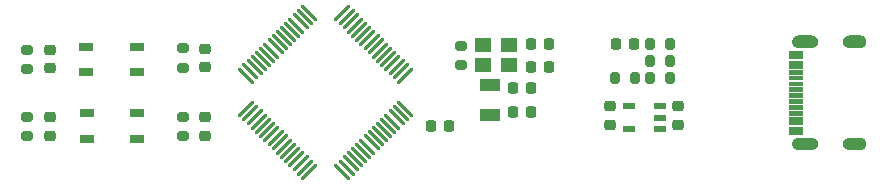
<source format=gtp>
%TF.GenerationSoftware,KiCad,Pcbnew,7.0.5*%
%TF.CreationDate,2023-06-29T01:29:54+08:00*%
%TF.ProjectId,UINIO-MCU-GD32F350RBT6,55494e49-4f2d-44d4-9355-2d4744333246,Version 2.0.0*%
%TF.SameCoordinates,PX6a581f0PY5923d30*%
%TF.FileFunction,Paste,Top*%
%TF.FilePolarity,Positive*%
%FSLAX46Y46*%
G04 Gerber Fmt 4.6, Leading zero omitted, Abs format (unit mm)*
G04 Created by KiCad (PCBNEW 7.0.5) date 2023-06-29 01:29:54*
%MOMM*%
%LPD*%
G01*
G04 APERTURE LIST*
G04 Aperture macros list*
%AMRoundRect*
0 Rectangle with rounded corners*
0 $1 Rounding radius*
0 $2 $3 $4 $5 $6 $7 $8 $9 X,Y pos of 4 corners*
0 Add a 4 corners polygon primitive as box body*
4,1,4,$2,$3,$4,$5,$6,$7,$8,$9,$2,$3,0*
0 Add four circle primitives for the rounded corners*
1,1,$1+$1,$2,$3*
1,1,$1+$1,$4,$5*
1,1,$1+$1,$6,$7*
1,1,$1+$1,$8,$9*
0 Add four rect primitives between the rounded corners*
20,1,$1+$1,$2,$3,$4,$5,0*
20,1,$1+$1,$4,$5,$6,$7,0*
20,1,$1+$1,$6,$7,$8,$9,0*
20,1,$1+$1,$8,$9,$2,$3,0*%
%AMHorizOval*
0 Thick line with rounded ends*
0 $1 width*
0 $2 $3 position (X,Y) of the first rounded end (center of the circle)*
0 $4 $5 position (X,Y) of the second rounded end (center of the circle)*
0 Add line between two ends*
20,1,$1,$2,$3,$4,$5,0*
0 Add two circle primitives to create the rounded ends*
1,1,$1,$2,$3*
1,1,$1,$4,$5*%
G04 Aperture macros list end*
%ADD10C,0.120000*%
%ADD11RoundRect,0.200000X0.275000X-0.200000X0.275000X0.200000X-0.275000X0.200000X-0.275000X-0.200000X0*%
%ADD12RoundRect,0.225000X0.225000X0.250000X-0.225000X0.250000X-0.225000X-0.250000X0.225000X-0.250000X0*%
%ADD13RoundRect,0.225000X0.250000X-0.225000X0.250000X0.225000X-0.250000X0.225000X-0.250000X-0.225000X0*%
%ADD14RoundRect,0.200000X-0.275000X0.200000X-0.275000X-0.200000X0.275000X-0.200000X0.275000X0.200000X0*%
%ADD15RoundRect,0.218750X-0.256250X0.218750X-0.256250X-0.218750X0.256250X-0.218750X0.256250X0.218750X0*%
%ADD16HorizOval,0.300000X0.601041X0.601041X-0.601041X-0.601041X0*%
%ADD17HorizOval,0.300000X-0.601041X0.601041X0.601041X-0.601041X0*%
%ADD18R,1.400000X1.200000*%
%ADD19RoundRect,0.200000X-0.200000X-0.275000X0.200000X-0.275000X0.200000X0.275000X-0.200000X0.275000X0*%
%ADD20R,1.000000X0.600000*%
%ADD21R,1.150000X0.600000*%
%ADD22R,1.150000X0.300000*%
%ADD23R,1.200000X0.650000*%
%ADD24RoundRect,0.225000X-0.225000X-0.250000X0.225000X-0.250000X0.225000X0.250000X-0.225000X0.250000X0*%
%ADD25R,1.800000X1.000000*%
%ADD26RoundRect,0.218750X-0.218750X-0.256250X0.218750X-0.256250X0.218750X0.256250X-0.218750X0.256250X0*%
G04 APERTURE END LIST*
%TO.C,USB1*%
D10*
X78474000Y-13656401D02*
X77324000Y-13656401D01*
X77324000Y-13056401D01*
X78474000Y-13056401D01*
X78474000Y-13656401D01*
G36*
X78474000Y-13656401D02*
G01*
X77324000Y-13656401D01*
X77324000Y-13056401D01*
X78474000Y-13056401D01*
X78474000Y-13656401D01*
G37*
X78474000Y-12856401D02*
X77324000Y-12856401D01*
X77324000Y-12256401D01*
X78474000Y-12256401D01*
X78474000Y-12856401D01*
G36*
X78474000Y-12856401D02*
G01*
X77324000Y-12856401D01*
X77324000Y-12256401D01*
X78474000Y-12256401D01*
X78474000Y-12856401D01*
G37*
X78474000Y-12056401D02*
X77324000Y-12056401D01*
X77324000Y-11756401D01*
X78474000Y-11756401D01*
X78474000Y-12056401D01*
G36*
X78474000Y-12056401D02*
G01*
X77324000Y-12056401D01*
X77324000Y-11756401D01*
X78474000Y-11756401D01*
X78474000Y-12056401D01*
G37*
X78474000Y-11556401D02*
X77324000Y-11556401D01*
X77324000Y-11256401D01*
X78474000Y-11256401D01*
X78474000Y-11556401D01*
G36*
X78474000Y-11556401D02*
G01*
X77324000Y-11556401D01*
X77324000Y-11256401D01*
X78474000Y-11256401D01*
X78474000Y-11556401D01*
G37*
X78474000Y-11056401D02*
X77324000Y-11056401D01*
X77324000Y-10756401D01*
X78474000Y-10756401D01*
X78474000Y-11056401D01*
G36*
X78474000Y-11056401D02*
G01*
X77324000Y-11056401D01*
X77324000Y-10756401D01*
X78474000Y-10756401D01*
X78474000Y-11056401D01*
G37*
X78474000Y-10556401D02*
X77324000Y-10556401D01*
X77324000Y-10256401D01*
X78474000Y-10256401D01*
X78474000Y-10556401D01*
G36*
X78474000Y-10556401D02*
G01*
X77324000Y-10556401D01*
X77324000Y-10256401D01*
X78474000Y-10256401D01*
X78474000Y-10556401D01*
G37*
X78474000Y-10056401D02*
X77324000Y-10056401D01*
X77324000Y-9756401D01*
X78474000Y-9756401D01*
X78474000Y-10056401D01*
G36*
X78474000Y-10056401D02*
G01*
X77324000Y-10056401D01*
X77324000Y-9756401D01*
X78474000Y-9756401D01*
X78474000Y-10056401D01*
G37*
X78474000Y-9556401D02*
X77324000Y-9556401D01*
X77324000Y-9256401D01*
X78474000Y-9256401D01*
X78474000Y-9556401D01*
G36*
X78474000Y-9556401D02*
G01*
X77324000Y-9556401D01*
X77324000Y-9256401D01*
X78474000Y-9256401D01*
X78474000Y-9556401D01*
G37*
X78474000Y-9056401D02*
X77324000Y-9056401D01*
X77324000Y-8756401D01*
X78474000Y-8756401D01*
X78474000Y-9056401D01*
G36*
X78474000Y-9056401D02*
G01*
X77324000Y-9056401D01*
X77324000Y-8756401D01*
X78474000Y-8756401D01*
X78474000Y-9056401D01*
G37*
X78474000Y-8556401D02*
X77324000Y-8556401D01*
X77324000Y-8256401D01*
X78474000Y-8256401D01*
X78474000Y-8556401D01*
G36*
X78474000Y-8556401D02*
G01*
X77324000Y-8556401D01*
X77324000Y-8256401D01*
X78474000Y-8256401D01*
X78474000Y-8556401D01*
G37*
X78474000Y-8056401D02*
X77324000Y-8056401D01*
X77324000Y-7456401D01*
X78474000Y-7456401D01*
X78474000Y-8056401D01*
G36*
X78474000Y-8056401D02*
G01*
X77324000Y-8056401D01*
X77324000Y-7456401D01*
X78474000Y-7456401D01*
X78474000Y-8056401D01*
G37*
X78474000Y-7256401D02*
X77324000Y-7256401D01*
X77324000Y-6656401D01*
X78474000Y-6656401D01*
X78474000Y-7256401D01*
G36*
X78474000Y-7256401D02*
G01*
X77324000Y-7256401D01*
X77324000Y-6656401D01*
X78474000Y-6656401D01*
X78474000Y-7256401D01*
G37*
X79309000Y-13991401D02*
X79403000Y-14019401D01*
X79489000Y-14065401D01*
X79565000Y-14127401D01*
X79627000Y-14203401D01*
X79673000Y-14290401D01*
X79702000Y-14383401D01*
X79711000Y-14481401D01*
X79702000Y-14579401D01*
X79673000Y-14672401D01*
X79627000Y-14759401D01*
X79565000Y-14835401D01*
X79489000Y-14897401D01*
X79403000Y-14943401D01*
X79309000Y-14971401D01*
X79211000Y-14981401D01*
X78111000Y-14981401D01*
X78014000Y-14971401D01*
X77920000Y-14943401D01*
X77834000Y-14897401D01*
X77758000Y-14835401D01*
X77696000Y-14759401D01*
X77649000Y-14672401D01*
X77621000Y-14579401D01*
X77611000Y-14481401D01*
X77621000Y-14383401D01*
X77649000Y-14290401D01*
X77696000Y-14203401D01*
X77758000Y-14127401D01*
X77834000Y-14065401D01*
X77920000Y-14019401D01*
X78014000Y-13991401D01*
X78111000Y-13981401D01*
X79211000Y-13981401D01*
X79309000Y-13991401D01*
G36*
X79309000Y-13991401D02*
G01*
X79403000Y-14019401D01*
X79489000Y-14065401D01*
X79565000Y-14127401D01*
X79627000Y-14203401D01*
X79673000Y-14290401D01*
X79702000Y-14383401D01*
X79711000Y-14481401D01*
X79702000Y-14579401D01*
X79673000Y-14672401D01*
X79627000Y-14759401D01*
X79565000Y-14835401D01*
X79489000Y-14897401D01*
X79403000Y-14943401D01*
X79309000Y-14971401D01*
X79211000Y-14981401D01*
X78111000Y-14981401D01*
X78014000Y-14971401D01*
X77920000Y-14943401D01*
X77834000Y-14897401D01*
X77758000Y-14835401D01*
X77696000Y-14759401D01*
X77649000Y-14672401D01*
X77621000Y-14579401D01*
X77611000Y-14481401D01*
X77621000Y-14383401D01*
X77649000Y-14290401D01*
X77696000Y-14203401D01*
X77758000Y-14127401D01*
X77834000Y-14065401D01*
X77920000Y-14019401D01*
X78014000Y-13991401D01*
X78111000Y-13981401D01*
X79211000Y-13981401D01*
X79309000Y-13991401D01*
G37*
X83409000Y-13991401D02*
X83503000Y-14019401D01*
X83589000Y-14065401D01*
X83665000Y-14127401D01*
X83727000Y-14203401D01*
X83773000Y-14290401D01*
X83802000Y-14383401D01*
X83811000Y-14481401D01*
X83802000Y-14579401D01*
X83773000Y-14672401D01*
X83727000Y-14759401D01*
X83665000Y-14835401D01*
X83589000Y-14897401D01*
X83503000Y-14943401D01*
X83409000Y-14971401D01*
X83311000Y-14981401D01*
X82411000Y-14981401D01*
X82314000Y-14971401D01*
X82220000Y-14943401D01*
X82134000Y-14897401D01*
X82058000Y-14835401D01*
X81996000Y-14759401D01*
X81949000Y-14672401D01*
X81921000Y-14579401D01*
X81911000Y-14481401D01*
X81921000Y-14383401D01*
X81949000Y-14290401D01*
X81996000Y-14203401D01*
X82058000Y-14127401D01*
X82134000Y-14065401D01*
X82220000Y-14019401D01*
X82314000Y-13991401D01*
X82411000Y-13981401D01*
X83311000Y-13981401D01*
X83409000Y-13991401D01*
G36*
X83409000Y-13991401D02*
G01*
X83503000Y-14019401D01*
X83589000Y-14065401D01*
X83665000Y-14127401D01*
X83727000Y-14203401D01*
X83773000Y-14290401D01*
X83802000Y-14383401D01*
X83811000Y-14481401D01*
X83802000Y-14579401D01*
X83773000Y-14672401D01*
X83727000Y-14759401D01*
X83665000Y-14835401D01*
X83589000Y-14897401D01*
X83503000Y-14943401D01*
X83409000Y-14971401D01*
X83311000Y-14981401D01*
X82411000Y-14981401D01*
X82314000Y-14971401D01*
X82220000Y-14943401D01*
X82134000Y-14897401D01*
X82058000Y-14835401D01*
X81996000Y-14759401D01*
X81949000Y-14672401D01*
X81921000Y-14579401D01*
X81911000Y-14481401D01*
X81921000Y-14383401D01*
X81949000Y-14290401D01*
X81996000Y-14203401D01*
X82058000Y-14127401D01*
X82134000Y-14065401D01*
X82220000Y-14019401D01*
X82314000Y-13991401D01*
X82411000Y-13981401D01*
X83311000Y-13981401D01*
X83409000Y-13991401D01*
G37*
X79309000Y-5341401D02*
X79403000Y-5369401D01*
X79489000Y-5415401D01*
X79565000Y-5477401D01*
X79627000Y-5553401D01*
X79673000Y-5640401D01*
X79702000Y-5733401D01*
X79711000Y-5831401D01*
X79702000Y-5929401D01*
X79673000Y-6022401D01*
X79627000Y-6109401D01*
X79565000Y-6185401D01*
X79489000Y-6247401D01*
X79403000Y-6293401D01*
X79309000Y-6321401D01*
X79211000Y-6331401D01*
X78111000Y-6331401D01*
X78014000Y-6321401D01*
X77920000Y-6293401D01*
X77834000Y-6247401D01*
X77758000Y-6185401D01*
X77696000Y-6109401D01*
X77649000Y-6022401D01*
X77621000Y-5929401D01*
X77611000Y-5831401D01*
X77621000Y-5733401D01*
X77649000Y-5640401D01*
X77696000Y-5553401D01*
X77758000Y-5477401D01*
X77834000Y-5415401D01*
X77920000Y-5369401D01*
X78014000Y-5341401D01*
X78111000Y-5331401D01*
X79211000Y-5331401D01*
X79309000Y-5341401D01*
G36*
X79309000Y-5341401D02*
G01*
X79403000Y-5369401D01*
X79489000Y-5415401D01*
X79565000Y-5477401D01*
X79627000Y-5553401D01*
X79673000Y-5640401D01*
X79702000Y-5733401D01*
X79711000Y-5831401D01*
X79702000Y-5929401D01*
X79673000Y-6022401D01*
X79627000Y-6109401D01*
X79565000Y-6185401D01*
X79489000Y-6247401D01*
X79403000Y-6293401D01*
X79309000Y-6321401D01*
X79211000Y-6331401D01*
X78111000Y-6331401D01*
X78014000Y-6321401D01*
X77920000Y-6293401D01*
X77834000Y-6247401D01*
X77758000Y-6185401D01*
X77696000Y-6109401D01*
X77649000Y-6022401D01*
X77621000Y-5929401D01*
X77611000Y-5831401D01*
X77621000Y-5733401D01*
X77649000Y-5640401D01*
X77696000Y-5553401D01*
X77758000Y-5477401D01*
X77834000Y-5415401D01*
X77920000Y-5369401D01*
X78014000Y-5341401D01*
X78111000Y-5331401D01*
X79211000Y-5331401D01*
X79309000Y-5341401D01*
G37*
X83409000Y-5341401D02*
X83503000Y-5369401D01*
X83589000Y-5415401D01*
X83665000Y-5477401D01*
X83727000Y-5553401D01*
X83773000Y-5640401D01*
X83802000Y-5733401D01*
X83811000Y-5831401D01*
X83802000Y-5929401D01*
X83773000Y-6022401D01*
X83727000Y-6109401D01*
X83665000Y-6185401D01*
X83589000Y-6247401D01*
X83503000Y-6293401D01*
X83409000Y-6321401D01*
X83311000Y-6331401D01*
X82411000Y-6331401D01*
X82314000Y-6321401D01*
X82220000Y-6293401D01*
X82134000Y-6247401D01*
X82058000Y-6185401D01*
X81996000Y-6109401D01*
X81949000Y-6022401D01*
X81921000Y-5929401D01*
X81911000Y-5831401D01*
X81921000Y-5733401D01*
X81949000Y-5640401D01*
X81996000Y-5553401D01*
X82058000Y-5477401D01*
X82134000Y-5415401D01*
X82220000Y-5369401D01*
X82314000Y-5341401D01*
X82411000Y-5331401D01*
X83311000Y-5331401D01*
X83409000Y-5341401D01*
G36*
X83409000Y-5341401D02*
G01*
X83503000Y-5369401D01*
X83589000Y-5415401D01*
X83665000Y-5477401D01*
X83727000Y-5553401D01*
X83773000Y-5640401D01*
X83802000Y-5733401D01*
X83811000Y-5831401D01*
X83802000Y-5929401D01*
X83773000Y-6022401D01*
X83727000Y-6109401D01*
X83665000Y-6185401D01*
X83589000Y-6247401D01*
X83503000Y-6293401D01*
X83409000Y-6321401D01*
X83311000Y-6331401D01*
X82411000Y-6331401D01*
X82314000Y-6321401D01*
X82220000Y-6293401D01*
X82134000Y-6247401D01*
X82058000Y-6185401D01*
X81996000Y-6109401D01*
X81949000Y-6022401D01*
X81921000Y-5929401D01*
X81911000Y-5831401D01*
X81921000Y-5733401D01*
X81949000Y-5640401D01*
X81996000Y-5553401D01*
X82058000Y-5477401D01*
X82134000Y-5415401D01*
X82220000Y-5369401D01*
X82314000Y-5341401D01*
X82411000Y-5331401D01*
X83311000Y-5331401D01*
X83409000Y-5341401D01*
G37*
%TD*%
D11*
%TO.C,R5*%
X12810000Y-13860000D03*
X12810000Y-12210000D03*
%TD*%
D12*
%TO.C,C8*%
X55495000Y-11780000D03*
X53945000Y-11780000D03*
%TD*%
D13*
%TO.C,C7*%
X14740000Y-8125000D03*
X14740000Y-6575000D03*
%TD*%
D14*
%TO.C,R2*%
X26010000Y-12215000D03*
X26010000Y-13865000D03*
%TD*%
D11*
%TO.C,R6*%
X12800000Y-8175000D03*
X12800000Y-6525000D03*
%TD*%
D15*
%TO.C,L1*%
X27930000Y-6457500D03*
X27930000Y-8032500D03*
%TD*%
D13*
%TO.C,C2*%
X14750000Y-13810000D03*
X14750000Y-12260000D03*
%TD*%
D14*
%TO.C,R3*%
X25990000Y-6420000D03*
X25990000Y-8070000D03*
%TD*%
D11*
%TO.C,R4*%
X49550000Y-7835000D03*
X49550000Y-6185000D03*
%TD*%
D16*
%TO.C,U2*%
X44824151Y-8735786D03*
X44470598Y-8382233D03*
X44117045Y-8028680D03*
X43763491Y-7675126D03*
X43409938Y-7321573D03*
X43056384Y-6968019D03*
X42702831Y-6614466D03*
X42349278Y-6260913D03*
X41995724Y-5907359D03*
X41642171Y-5553806D03*
X41288618Y-5200253D03*
X40935064Y-4846699D03*
X40581511Y-4493146D03*
X40227957Y-4139592D03*
X39874404Y-3786039D03*
X39520851Y-3432486D03*
D17*
X36692423Y-3432486D03*
X36338870Y-3786039D03*
X35985317Y-4139592D03*
X35631763Y-4493146D03*
X35278210Y-4846699D03*
X34924656Y-5200253D03*
X34571103Y-5553806D03*
X34217550Y-5907359D03*
X33863996Y-6260913D03*
X33510443Y-6614466D03*
X33156890Y-6968019D03*
X32803336Y-7321573D03*
X32449783Y-7675126D03*
X32096229Y-8028680D03*
X31742676Y-8382233D03*
X31389123Y-8735786D03*
D16*
X31389123Y-11564214D03*
X31742676Y-11917767D03*
X32096229Y-12271320D03*
X32449783Y-12624874D03*
X32803336Y-12978427D03*
X33156890Y-13331981D03*
X33510443Y-13685534D03*
X33863996Y-14039087D03*
X34217550Y-14392641D03*
X34571103Y-14746194D03*
X34924656Y-15099747D03*
X35278210Y-15453301D03*
X35631763Y-15806854D03*
X35985317Y-16160408D03*
X36338870Y-16513961D03*
X36692423Y-16867514D03*
D17*
X39520851Y-16867514D03*
X39874404Y-16513961D03*
X40227957Y-16160408D03*
X40581511Y-15806854D03*
X40935064Y-15453301D03*
X41288618Y-15099747D03*
X41642171Y-14746194D03*
X41995724Y-14392641D03*
X42349278Y-14039087D03*
X42702831Y-13685534D03*
X43056384Y-13331981D03*
X43409938Y-12978427D03*
X43763491Y-12624874D03*
X44117045Y-12271320D03*
X44470598Y-11917767D03*
X44824151Y-11564214D03*
%TD*%
D18*
%TO.C,Y2*%
X53610000Y-6170000D03*
X51410000Y-6170000D03*
X51410000Y-7870000D03*
X53610000Y-7870000D03*
%TD*%
D12*
%TO.C,C9*%
X55495000Y-9810000D03*
X53945000Y-9810000D03*
%TD*%
D19*
%TO.C,R9*%
X62615000Y-8970000D03*
X64265000Y-8970000D03*
%TD*%
D13*
%TO.C,C5*%
X27930000Y-13815000D03*
X27930000Y-12265000D03*
%TD*%
D20*
%TO.C,U1*%
X66400000Y-13230000D03*
X66400000Y-12280000D03*
X66400000Y-11330000D03*
X63800000Y-11330000D03*
X63800000Y-13230000D03*
%TD*%
D13*
%TO.C,C1*%
X67980000Y-12885000D03*
X67980000Y-11335000D03*
%TD*%
%TO.C,C3*%
X62220000Y-12895000D03*
X62220000Y-11345000D03*
%TD*%
D19*
%TO.C,R7*%
X65575000Y-8970000D03*
X67225000Y-8970000D03*
%TD*%
D21*
%TO.C,USB1*%
X77899000Y-13356401D03*
X77899000Y-12556401D03*
D22*
X77899000Y-11406401D03*
X77899000Y-10406401D03*
X77899000Y-9906401D03*
X77899000Y-8906401D03*
D21*
X77899000Y-6956401D03*
X77899000Y-7756401D03*
D22*
X77899000Y-8406401D03*
X77899000Y-9406401D03*
X77899000Y-10906401D03*
X77899000Y-11906401D03*
%TD*%
D12*
%TO.C,C4*%
X48575000Y-12960000D03*
X47025000Y-12960000D03*
%TD*%
D23*
%TO.C,SW2*%
X22140000Y-8435000D03*
X17840000Y-8435000D03*
X22140000Y-6285000D03*
X17840000Y-6285000D03*
%TD*%
D19*
%TO.C,R1*%
X65575000Y-6050000D03*
X67225000Y-6050000D03*
%TD*%
%TO.C,R8*%
X65575000Y-7510000D03*
X67225000Y-7510000D03*
%TD*%
D23*
%TO.C,SW1*%
X22170000Y-14075000D03*
X17870000Y-14075000D03*
X22170000Y-11925000D03*
X17870000Y-11925000D03*
%TD*%
D24*
%TO.C,C6*%
X55455000Y-8010000D03*
X57005000Y-8010000D03*
%TD*%
D25*
%TO.C,Y1*%
X52060000Y-9540000D03*
X52060000Y-12040000D03*
%TD*%
D26*
%TO.C,D1*%
X62652500Y-6050000D03*
X64227500Y-6050000D03*
%TD*%
D12*
%TO.C,C10*%
X57015000Y-6060000D03*
X55465000Y-6060000D03*
%TD*%
M02*

</source>
